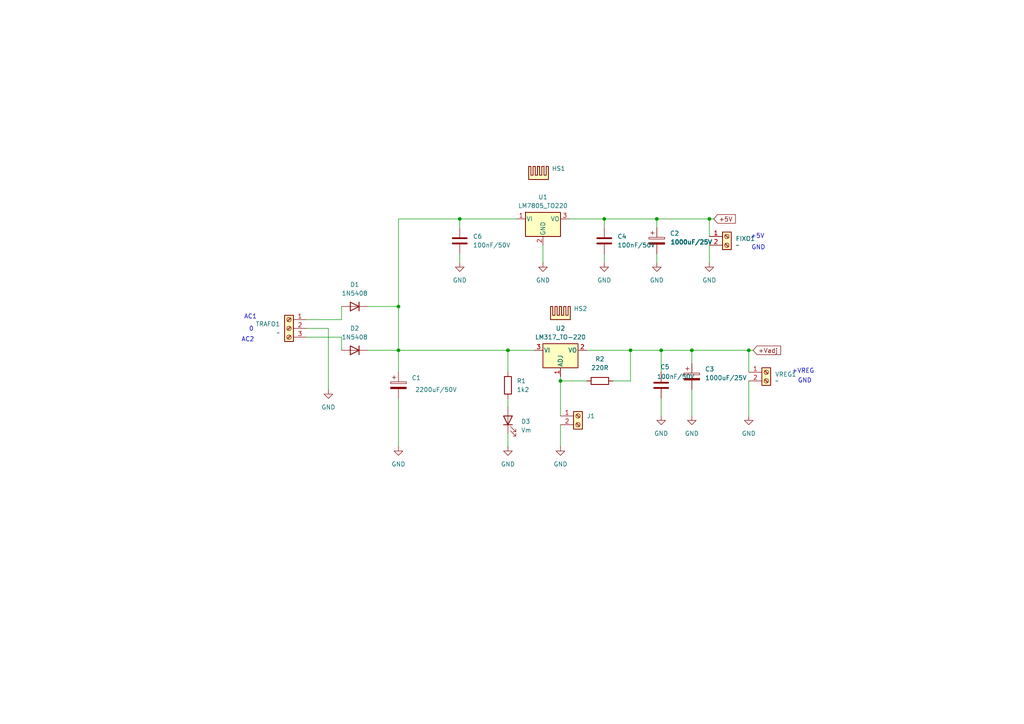
<source format=kicad_sch>
(kicad_sch (version 20231120) (generator "eeschema") (generator_version "8.0")
  (paper "A4")
  (lib_symbols
    (symbol "Connector:Screw_Terminal_01x02" (pin_names (offset 1.016) hide)
      (property "Reference" "J" (at 0 2.54 0))
      (property "Value" "Screw_Terminal_01x02" (at 0 -5.08 0))
      (symbol "Screw_Terminal_01x02_1_1"
        (rectangle (start -1.27 1.27) (end 1.27 -3.81) (stroke (width 0.254)) (fill (type background)))
        (circle (center 0 -2.54) (radius 0.635) (stroke (width 0.1524)))
        (polyline (pts (xy -0.5334 -2.2098) (xy 0.3302 -3.048)) (stroke (width 0.1524)))
        (polyline (pts (xy -0.5334 0.3302) (xy 0.3302 -0.508)) (stroke (width 0.1524)))
        (polyline (pts (xy -0.3556 -2.032) (xy 0.508 -2.8702)) (stroke (width 0.1524)))
        (polyline (pts (xy -0.3556 0.508) (xy 0.508 -0.3302)) (stroke (width 0.1524)))
        (circle (center 0 0) (radius 0.635) (stroke (width 0.1524)))
        (pin passive line (at -5.08 0 0) (length 3.81) (name "Pin_1") (number "1"))
        (pin passive line (at -5.08 -2.54 0) (length 3.81) (name "Pin_2") (number "2"))
      )
    )
    (symbol "Connector:Screw_Terminal_01x03" (pin_names (offset 1.016) hide)
      (property "Reference" "J" (at 0 5.08 0))
      (property "Value" "Screw_Terminal_01x03" (at 0 -5.08 0))
      (symbol "Screw_Terminal_01x03_1_1"
        (rectangle (start -1.27 3.81) (end 1.27 -3.81) (stroke (width 0.254)) (fill (type background)))
        (circle (center 0 -2.54) (radius 0.635) (stroke (width 0.1524)))
        (polyline (pts (xy -0.5334 -2.2098) (xy 0.3302 -3.048)) (stroke (width 0.1524)))
        (polyline (pts (xy -0.5334 0.3302) (xy 0.3302 -0.508)) (stroke (width 0.1524)))
        (polyline (pts (xy -0.5334 2.8702) (xy 0.3302 2.032)) (stroke (width 0.1524)))
        (polyline (pts (xy -0.3556 -2.032) (xy 0.508 -2.8702)) (stroke (width 0.1524)))
        (polyline (pts (xy -0.3556 0.508) (xy 0.508 -0.3302)) (stroke (width 0.1524)))
        (polyline (pts (xy -0.3556 3.048) (xy 0.508 2.2098)) (stroke (width 0.1524)))
        (circle (center 0 0) (radius 0.635) (stroke (width 0.1524)))
        (circle (center 0 2.54) (radius 0.635) (stroke (width 0.1524)))
        (pin passive line (at -5.08 2.54 0) (length 3.81) (name "Pin_1") (number "1"))
        (pin passive line (at -5.08 0 0) (length 3.81) (name "Pin_2") (number "2"))
        (pin passive line (at -5.08 -2.54 0) (length 3.81) (name "Pin_3") (number "3"))
      )
    )
    (symbol "Device:C" (pin_numbers hide) (pin_names (offset 0.254))
      (property "Reference" "C" (at 0.635 2.54 0))
      (property "Value" "C" (at 0.635 -2.54 0))
      (symbol "C_0_1"
        (polyline (pts (xy -2.032 -0.762) (xy 2.032 -0.762)) (stroke (width 0.508)))
        (polyline (pts (xy -2.032 0.762) (xy 2.032 0.762)) (stroke (width 0.508)))
      )
      (symbol "C_1_1"
        (pin passive line (at 0 3.81 270) (length 2.794) (name "~") (number "1"))
        (pin passive line (at 0 -3.81 90) (length 2.794) (name "~") (number "2"))
      )
    )
    (symbol "Device:C_Polarized" (pin_numbers hide) (pin_names (offset 0.254))
      (property "Reference" "C" (at 0.635 2.54 0))
      (property "Value" "C_Polarized" (at 0.635 -2.54 0))
      (symbol "C_Polarized_0_1"
        (rectangle (start -2.286 0.508) (end 2.286 1.016))
        (polyline (pts (xy -1.778 2.286) (xy -0.762 2.286)))
        (polyline (pts (xy -1.27 2.794) (xy -1.27 1.778)))
        (rectangle (start 2.286 -0.508) (end -2.286 -1.016) (fill (type outline)))
      )
      (symbol "C_Polarized_1_1"
        (pin passive line (at 0 3.81 270) (length 2.794) (name "~") (number "1"))
        (pin passive line (at 0 -3.81 90) (length 2.794) (name "~") (number "2"))
      )
    )
    (symbol "Device:LED" (pin_numbers hide) (pin_names (offset 1.016) hide)
      (property "Reference" "D" (at 0 2.54 0))
      (property "Value" "LED" (at 0 -2.54 0))
      (symbol "LED_0_1"
        (polyline (pts (xy -1.27 -1.27) (xy -1.27 1.27)) (stroke (width 0.254)))
        (polyline (pts (xy -1.27 0) (xy 1.27 0)))
        (polyline (pts (xy 1.27 -1.27) (xy 1.27 1.27) (xy -1.27 0) (xy 1.27 -1.27)) (stroke (width 0.254)))
        (polyline (pts (xy -3.048 -0.762) (xy -4.572 -2.286) (xy -3.81 -2.286) (xy -4.572 -2.286) (xy -4.572 -1.524)))
        (polyline (pts (xy -1.778 -0.762) (xy -3.302 -2.286) (xy -2.54 -2.286) (xy -3.302 -2.286) (xy -3.302 -1.524)))
      )
      (symbol "LED_1_1"
        (pin passive line (at -3.81 0 0) (length 2.54) (name "K") (number "1"))
        (pin passive line (at 3.81 0 180) (length 2.54) (name "A") (number "2"))
      )
    )
    (symbol "Device:R" (pin_numbers hide) (pin_names (offset 0))
      (property "Reference" "R" (at 2.032 0 90))
      (property "Value" "R" (at 0 0 90))
      (symbol "R_0_1"
        (rectangle (start -1.016 -2.54) (end 1.016 2.54) (stroke (width 0.254)))
      )
      (symbol "R_1_1"
        (pin passive line (at 0 3.81 270) (length 1.27) (name "~") (number "1"))
        (pin passive line (at 0 -3.81 90) (length 1.27) (name "~") (number "2"))
      )
    )
    (symbol "Diode:1N5408" (pin_numbers hide) (pin_names hide)
      (property "Reference" "D" (at 0 2.54 0))
      (property "Value" "1N5408" (at 0 -2.54 0))
      (symbol "1N5408_0_1"
        (polyline (pts (xy -1.27 1.27) (xy -1.27 -1.27)) (stroke (width 0.254)))
        (polyline (pts (xy 1.27 0) (xy -1.27 0)))
        (polyline (pts (xy 1.27 1.27) (xy 1.27 -1.27) (xy -1.27 0) (xy 1.27 1.27)) (stroke (width 0.254)))
      )
      (symbol "1N5408_1_1"
        (pin passive line (at -3.81 0 0) (length 2.54) (name "K") (number "1"))
        (pin passive line (at 3.81 0 180) (length 2.54) (name "A") (number "2"))
      )
    )
    (symbol "Mechanical:Heatsink" (pin_names (offset 1.016)) (exclude_from_sim yes)
      (property "Reference" "HS" (at 0 5.08 0))
      (property "Value" "Heatsink" (at 0 -1.27 0))
      (symbol "Heatsink_0_1"
        (polyline (pts (xy -0.3302 1.27) (xy -0.9652 1.27) (xy -0.9652 3.81) (xy -1.6002 3.81) (xy -1.6002 1.27) (xy -2.2352 1.27) (xy -2.2352 3.81) (xy -2.8702 3.81) (xy -2.8702 0) (xy -0.9652 0)) (stroke (width 0.254)) (fill (type background)))
        (polyline (pts (xy -0.3302 1.27) (xy -0.3302 3.81) (xy 0.3048 3.81) (xy 0.3048 1.27) (xy 0.9398 1.27) (xy 0.9398 3.81) (xy 1.5748 3.81) (xy 1.5748 1.27) (xy 2.2098 1.27) (xy 2.2098 3.81) (xy 2.8448 3.81) (xy 2.8448 0) (xy -0.9652 0)) (stroke (width 0.254)) (fill (type background)))
      )
    )
    (symbol "Regulator_Linear:LM317_TO-220" (pin_names (offset 0.254))
      (property "Reference" "U" (at -3.81 3.175 0))
      (property "Value" "LM317_TO-220" (at 0 3.175 0))
      (symbol "LM317_TO-220_0_1"
        (rectangle (start -5.08 1.905) (end 5.08 -5.08) (stroke (width 0.254)) (fill (type background)))
      )
      (symbol "LM317_TO-220_1_1"
        (pin input line (at 0 -7.62 90) (length 2.54) (name "ADJ") (number "1"))
        (pin power_out line (at 7.62 0 180) (length 2.54) (name "VO") (number "2"))
        (pin power_in line (at -7.62 0 0) (length 2.54) (name "VI") (number "3"))
      )
    )
    (symbol "Regulator_Linear:LM7805_TO220" (pin_names (offset 0.254))
      (property "Reference" "U" (at -3.81 3.175 0))
      (property "Value" "LM7805_TO220" (at 0 3.175 0))
      (symbol "LM7805_TO220_0_1"
        (rectangle (start -5.08 1.905) (end 5.08 -5.08) (stroke (width 0.254)) (fill (type background)))
      )
      (symbol "LM7805_TO220_1_1"
        (pin power_in line (at -7.62 0 0) (length 2.54) (name "VI") (number "1"))
        (pin power_in line (at 0 -7.62 90) (length 2.54) (name "GND") (number "2"))
        (pin power_out line (at 7.62 0 180) (length 2.54) (name "VO") (number "3"))
      )
    )
    (symbol "power:GND" (power) (pin_numbers hide) (pin_names (offset 0) hide)
      (property "Value" "GND" (at 0 -3.81 0))
      (symbol "GND_0_1"
        (polyline (pts (xy 0 0) (xy 0 -1.27) (xy 1.27 -1.27) (xy 0 -2.54) (xy -1.27 -1.27) (xy 0 -1.27)))
      )
      (symbol "GND_1_1"
        (pin power_in line (at 0 0 270) (length 0) (name "~") (number "1"))
      )
    )
  )
  (junction (at 190.5 63.5))
  (junction (at 115.57 88.9))
  (junction (at 200.66 101.6))
  (junction (at 147.32 101.6))
  (junction (at 133.35 63.5))
  (junction (at 217.17 101.6))
  (junction (at 182.88 101.6))
  (junction (at 175.26 63.5))
  (junction (at 115.57 101.6))
  (junction (at 162.56 110.49))
  (junction (at 205.74 63.5))
  (junction (at 191.77 101.6))
  (wire (pts (xy 115.57 63.5) (xy 133.35 63.5)))
  (wire (pts (xy 217.17 101.6) (xy 217.17 107.95)))
  (wire (pts (xy 147.32 101.6) (xy 154.94 101.6)))
  (wire (pts (xy 175.26 73.66) (xy 175.26 76.2)))
  (wire (pts (xy 162.56 109.22) (xy 162.56 110.49)))
  (wire (pts (xy 217.17 101.6) (xy 218.44 101.6)))
  (wire (pts (xy 115.57 88.9) (xy 115.57 101.6)))
  (wire (pts (xy 182.88 101.6) (xy 191.77 101.6)))
  (wire (pts (xy 177.8 110.49) (xy 182.88 110.49)))
  (wire (pts (xy 205.74 63.5) (xy 207.01 63.5)))
  (wire (pts (xy 147.32 101.6) (xy 147.32 107.95)))
  (wire (pts (xy 133.35 73.66) (xy 133.35 76.2)))
  (wire (pts (xy 175.26 63.5) (xy 190.5 63.5)))
  (wire (pts (xy 147.32 115.57) (xy 147.32 118.11)))
  (wire (pts (xy 133.35 63.5) (xy 149.86 63.5)))
  (wire (pts (xy 147.32 129.54) (xy 147.32 125.73)))
  (wire (pts (xy 175.26 63.5) (xy 175.26 66.04)))
  (wire (pts (xy 106.68 101.6) (xy 115.57 101.6)))
  (wire (pts (xy 162.56 110.49) (xy 170.18 110.49)))
  (wire (pts (xy 133.35 63.5) (xy 133.35 66.04)))
  (wire (pts (xy 191.77 115.57) (xy 191.77 120.65)))
  (wire (pts (xy 190.5 66.04) (xy 190.5 63.5)))
  (wire (pts (xy 115.57 101.6) (xy 147.32 101.6)))
  (wire (pts (xy 115.57 88.9) (xy 115.57 63.5)))
  (wire (pts (xy 190.5 73.66) (xy 190.5 76.2)))
  (wire (pts (xy 200.66 113.03) (xy 200.66 120.65)))
  (wire (pts (xy 115.57 129.54) (xy 115.57 115.57)))
  (wire (pts (xy 99.06 92.71) (xy 99.06 88.9)))
  (wire (pts (xy 191.77 107.95) (xy 191.77 101.6)))
  (wire (pts (xy 99.06 97.79) (xy 99.06 101.6)))
  (wire (pts (xy 106.68 88.9) (xy 115.57 88.9)))
  (wire (pts (xy 200.66 101.6) (xy 217.17 101.6)))
  (wire (pts (xy 165.1 63.5) (xy 175.26 63.5)))
  (wire (pts (xy 95.25 95.25) (xy 95.25 113.03)))
  (wire (pts (xy 217.17 110.49) (xy 217.17 120.65)))
  (wire (pts (xy 182.88 101.6) (xy 170.18 101.6)))
  (wire (pts (xy 205.74 63.5) (xy 205.74 68.58)))
  (wire (pts (xy 182.88 101.6) (xy 182.88 110.49)))
  (wire (pts (xy 205.74 71.12) (xy 205.74 76.2)))
  (wire (pts (xy 88.9 92.71) (xy 99.06 92.71)))
  (wire (pts (xy 162.56 123.19) (xy 162.56 129.54)))
  (wire (pts (xy 191.77 101.6) (xy 200.66 101.6)))
  (wire (pts (xy 157.48 76.2) (xy 157.48 71.12)))
  (wire (pts (xy 190.5 63.5) (xy 205.74 63.5)))
  (wire (pts (xy 88.9 97.79) (xy 99.06 97.79)))
  (wire (pts (xy 200.66 101.6) (xy 200.66 105.41)))
  (wire (pts (xy 115.57 101.6) (xy 115.57 107.95)))
  (wire (pts (xy 88.9 95.25) (xy 95.25 95.25)))
  (wire (pts (xy 162.56 110.49) (xy 162.56 120.65)))
  (text "+VREG" (at 232.918 107.696 0) (effects (font (size 1.27 1.27))))
  (text "AC1\n" (at 72.644 91.948 0) (effects (font (size 1.27 1.27))))
  (text "0" (at 72.898 95.504 0) (effects (font (size 1.27 1.27))))
  (text "GND" (at 233.426 110.49 0) (effects (font (size 1.27 1.27))))
  (text "+5V" (at 219.71 68.58 0) (effects (font (size 1.27 1.27))))
  (text "AC2" (at 71.882 98.552 0) (effects (font (size 1.27 1.27))))
  (text "GND\n" (at 219.964 71.882 0) (effects (font (size 1.27 1.27))))
  (global_label "+Vadj" (shape input) (at 218.44 101.6 0) (property "Intersheetrefs" "${INTERSHEET_REFS}" (effects (hide yes))))
  (global_label "+5V" (shape input) (at 207.01 63.5 0) (property "Intersheetrefs" "${INTERSHEET_REFS}" (effects (hide yes))))
  (symbol (lib_id "power:GND") (at 95.25 113.03 0) (unit 1)
    (property "Reference" "#PWR011" (effects (hide yes)))
    (property "Value" "GND" (at 95.25 118.11 0))
    (property "Description" "Power symbol creates a global label with name \"GND\" , ground" (effects (hide yes)))
  )
  (symbol (lib_id "Device:R") (at 147.32 111.76 0) (unit 1)
    (property "Reference" "R1" (at 149.86 110.4899 0) (effects (justify left)))
    (property "Value" "1k2" (at 149.86 113.0299 0) (effects (justify left)))
    (property "Footprint" "Resistor_THT:R_Axial_DIN0207_L6.3mm_D2.5mm_P10.16mm_Horizontal" (effects (hide yes)))
    (property "Description" "Resistor" (effects (hide yes)))
  )
  (symbol (lib_id "Mechanical:Heatsink") (at 156.21 52.07 0) (unit 1) (exclude_from_sim yes)
    (property "Reference" "HS1" (at 160.02 48.8949 0) (effects (justify left)))
    (property "Value" "Heatsink" (effects (hide yes)))
    (property "Footprint" "Heatsink:Heatsink_35x26mm_1xFixation3mm_Fischer-SK486-35" (effects (hide yes)))
    (property "Description" "Heatsink" (effects (hide yes)))
  )
  (symbol (lib_id "Diode:1N5408") (at 102.87 101.6 180) (unit 1)
    (property "Reference" "D2" (at 102.87 95.25 0))
    (property "Value" "1N5408" (at 102.87 97.79 0))
    (property "Footprint" "Diode_THT:D_DO-201AD_P15.24mm_Horizontal" (effects (hide yes)))
    (property "Datasheet" "http://www.vishay.com/docs/88516/1n5400.pdf" (effects (hide yes)))
    (property "Description" "1000V 3A General Purpose Rectifier Diode, DO-201AD" (effects (hide yes)))
    (property "Sim.Device" "D" (effects (hide yes)))
    (property "Sim.Pins" "1=K 2=A" (effects (hide yes)))
  )
  (symbol (lib_id "Device:C") (at 191.77 111.76 0) (unit 1)
    (property "Reference" "C5" (at 191.516 106.426 0) (effects (justify left)))
    (property "Value" "100nF/50V" (at 190.5 109.22 0) (effects (justify left)))
    (property "Footprint" "Capacitor_THT:C_Disc_D5.1mm_W3.2mm_P5.00mm" (effects (hide yes)))
    (property "Description" "Unpolarized capacitor" (effects (hide yes)))
  )
  (symbol (lib_id "Connector:Screw_Terminal_01x02") (at 222.25 107.95 0) (unit 1)
    (property "Reference" "VREG1" (at 224.79 108.5849 0) (effects (justify left)))
    (property "Value" "~" (at 224.79 110.49 0) (effects (justify left)))
    (property "Footprint" "TerminalBlock_Phoenix:TerminalBlock_Phoenix_MKDS-1,5-2-5.08_1x02_P5.08mm_Horizontal" (effects (hide yes)))
    (property "Description" "Generic screw terminal, single row, 01x02, script generated (kicad-library-utils/schlib/autogen/connector/)" (effects (hide yes)))
  )
  (symbol (lib_id "Regulator_Linear:LM317_TO-220") (at 162.56 101.6 0) (unit 1)
    (property "Reference" "U2" (at 162.56 95.25 0))
    (property "Value" "LM317_TO-220" (at 162.56 97.79 0))
    (property "Footprint" "Package_TO_SOT_THT:TO-220-3_Horizontal_TabDown" (effects (hide yes)))
    (property "Datasheet" "http://www.ti.com/lit/ds/symlink/lm317.pdf" (effects (hide yes)))
    (property "Description" "1.5A 35V Adjustable Linear Regulator, TO-220" (effects (hide yes)))
  )
  (symbol (lib_id "power:GND") (at 205.74 76.2 0) (unit 1)
    (property "Reference" "#PWR010" (effects (hide yes)))
    (property "Value" "GND" (at 205.74 81.28 0))
    (property "Description" "Power symbol creates a global label with name \"GND\" , ground" (effects (hide yes)))
  )
  (symbol (lib_id "power:GND") (at 162.56 129.54 0) (unit 1)
    (property "Reference" "#PWR01" (effects (hide yes)))
    (property "Value" "GND" (at 162.56 134.62 0))
    (property "Description" "Power symbol creates a global label with name \"GND\" , ground" (effects (hide yes)))
  )
  (symbol (lib_id "power:GND") (at 217.17 120.65 0) (unit 1)
    (property "Reference" "#PWR07" (effects (hide yes)))
    (property "Value" "GND" (at 217.17 125.73 0))
    (property "Description" "Power symbol creates a global label with name \"GND\" , ground" (effects (hide yes)))
  )
  (symbol (lib_id "power:GND") (at 147.32 129.54 0) (unit 1)
    (property "Reference" "#PWR04" (effects (hide yes)))
    (property "Value" "GND" (at 147.32 134.62 0))
    (property "Description" "Power symbol creates a global label with name \"GND\" , ground" (effects (hide yes)))
  )
  (symbol (lib_id "Device:C") (at 175.26 69.85 0) (unit 1)
    (property "Reference" "C4" (at 179.07 68.5799 0) (effects (justify left)))
    (property "Value" "100nF/50V" (at 179.07 71.1199 0) (effects (justify left)))
    (property "Footprint" "Capacitor_THT:C_Disc_D5.1mm_W3.2mm_P5.00mm" (effects (hide yes)))
    (property "Description" "Unpolarized capacitor" (effects (hide yes)))
  )
  (symbol (lib_id "Device:C_Polarized") (at 190.5 69.85 0) (unit 1)
    (property "Reference" "C2" (at 194.31 67.6909 0) (effects (justify left)))
    (property "Value" "1000uF/25V" (at 194.31 70.231 0) (effects (font (bold yes)) (justify left)))
    (property "Footprint" "Capacitor_THT:CP_Radial_D10.0mm_P5.00mm" (effects (hide yes)))
    (property "Description" "Polarized capacitor" (effects (hide yes)))
  )
  (symbol (lib_id "power:GND") (at 175.26 76.2 0) (unit 1)
    (property "Reference" "#PWR08" (effects (hide yes)))
    (property "Value" "GND" (at 175.26 81.28 0))
    (property "Description" "Power symbol creates a global label with name \"GND\" , ground" (effects (hide yes)))
  )
  (symbol (lib_id "Connector:Screw_Terminal_01x03") (at 83.82 95.25 0) (mirror y) (unit 1)
    (property "Reference" "TRAFO1" (at 81.28 93.9799 0) (effects (justify left)))
    (property "Value" "~" (at 81.28 96.5199 0) (effects (justify left)))
    (property "Footprint" "TerminalBlock_Phoenix:TerminalBlock_Phoenix_MKDS-1,5-3-5.08_1x03_P5.08mm_Horizontal" (effects (hide yes)))
    (property "Description" "Generic screw terminal, single row, 01x03, script generated (kicad-library-utils/schlib/autogen/connector/)" (effects (hide yes)))
  )
  (symbol (lib_id "Diode:1N5408") (at 102.87 88.9 180) (unit 1)
    (property "Reference" "D1" (at 102.87 82.55 0))
    (property "Value" "1N5408" (at 102.87 85.09 0))
    (property "Footprint" "Diode_THT:D_DO-201AD_P15.24mm_Horizontal" (effects (hide yes)))
    (property "Datasheet" "http://www.vishay.com/docs/88516/1n5400.pdf" (effects (hide yes)))
    (property "Description" "1000V 3A General Purpose Rectifier Diode, DO-201AD" (effects (hide yes)))
    (property "Sim.Device" "D" (effects (hide yes)))
    (property "Sim.Pins" "1=K 2=A" (effects (hide yes)))
  )
  (symbol (lib_id "Device:C") (at 133.35 69.85 0) (unit 1)
    (property "Reference" "C6" (at 137.16 68.5799 0) (effects (justify left)))
    (property "Value" "100nF/50V" (at 137.16 71.1199 0) (effects (justify left)))
    (property "Footprint" "Capacitor_THT:C_Disc_D5.1mm_W3.2mm_P5.00mm" (effects (hide yes)))
    (property "Description" "Unpolarized capacitor" (effects (hide yes)))
  )
  (symbol (lib_id "Device:LED") (at 147.32 121.92 90) (unit 1)
    (property "Reference" "D3" (at 151.13 122.2374 90) (effects (justify right)))
    (property "Value" "Vm" (at 151.13 124.7774 90) (effects (justify right)))
    (property "Footprint" "LED_THT:LED_D5.0mm" (effects (hide yes)))
    (property "Description" "Light emitting diode" (effects (hide yes)))
  )
  (symbol (lib_id "Mechanical:Heatsink") (at 162.56 92.71 0) (unit 1) (exclude_from_sim yes)
    (property "Reference" "HS2" (at 166.37 89.5349 0) (effects (justify left)))
    (property "Value" "Heatsink" (effects (hide yes)))
    (property "Footprint" "Heatsink:Heatsink_35x26mm_1xFixation3mm_Fischer-SK486-35" (effects (hide yes)))
    (property "Description" "Heatsink" (effects (hide yes)))
  )
  (symbol (lib_id "power:GND") (at 115.57 129.54 0) (unit 1)
    (property "Reference" "#PWR05" (effects (hide yes)))
    (property "Value" "GND" (at 115.57 134.62 0))
    (property "Description" "Power symbol creates a global label with name \"GND\" , ground" (effects (hide yes)))
  )
  (symbol (lib_id "Regulator_Linear:LM7805_TO220") (at 157.48 63.5 0) (unit 1)
    (property "Reference" "U1" (at 157.48 57.15 0))
    (property "Value" "LM7805_TO220" (at 157.48 59.69 0))
    (property "Footprint" "Package_TO_SOT_THT:TO-220-3_Horizontal_TabDown" (effects (hide yes)))
    (property "Datasheet" "https://www.onsemi.cn/PowerSolutions/document/MC7800-D.PDF" (effects (hide yes)))
    (property "Description" "Positive 1A 35V Linear Regulator, Fixed Output 5V, TO-220" (effects (hide yes)))
  )
  (symbol (lib_id "Connector:Screw_Terminal_01x02") (at 210.82 68.58 0) (unit 1)
    (property "Reference" "FIXO1" (at 213.36 69.2149 0) (effects (justify left)))
    (property "Value" "~" (at 213.36 71.12 0) (effects (justify left)))
    (property "Footprint" "TerminalBlock_Phoenix:TerminalBlock_Phoenix_MKDS-1,5-2-5.08_1x02_P5.08mm_Horizontal" (effects (hide yes)))
    (property "Description" "Generic screw terminal, single row, 01x02, script generated (kicad-library-utils/schlib/autogen/connector/)" (effects (hide yes)))
  )
  (symbol (lib_id "power:GND") (at 133.35 76.2 0) (unit 1)
    (property "Reference" "#PWR012" (effects (hide yes)))
    (property "Value" "GND" (at 133.35 81.28 0))
    (property "Description" "Power symbol creates a global label with name \"GND\" , ground" (effects (hide yes)))
  )
  (symbol (lib_id "Device:C_Polarized") (at 115.57 111.76 0) (unit 1)
    (property "Reference" "C1" (at 119.38 109.6009 0) (effects (justify left)))
    (property "Value" "2200uF/50V" (at 120.396 113.03 0) (effects (justify left)))
    (property "Footprint" "Capacitor_THT:CP_Radial_D17.0mm_P7.50mm" (effects (hide yes)))
    (property "Description" "Polarized capacitor" (effects (hide yes)))
  )
  (symbol (lib_id "power:GND") (at 190.5 76.2 0) (unit 1)
    (property "Reference" "#PWR09" (effects (hide yes)))
    (property "Value" "GND" (at 190.5 81.28 0))
    (property "Description" "Power symbol creates a global label with name \"GND\" , ground" (effects (hide yes)))
  )
  (symbol (lib_id "Connector:Screw_Terminal_01x02") (at 167.64 120.65 0) (unit 1)
    (property "Reference" "J1" (at 170.18 120.6499 0) (effects (justify left)))
    (property "Value" "Screw_Terminal_01x02" (effects (hide yes)))
    (property "Footprint" "TerminalBlock_Phoenix:TerminalBlock_Phoenix_MKDS-1,5-2-5.08_1x02_P5.08mm_Horizontal" (effects (hide yes)))
    (property "Description" "Generic screw terminal, single row, 01x02, script generated (kicad-library-utils/schlib/autogen/connector/)" (effects (hide yes)))
  )
  (symbol (lib_id "power:GND") (at 200.66 120.65 0) (unit 1)
    (property "Reference" "#PWR03" (effects (hide yes)))
    (property "Value" "GND" (at 200.66 125.73 0))
    (property "Description" "Power symbol creates a global label with name \"GND\" , ground" (effects (hide yes)))
  )
  (symbol (lib_id "power:GND") (at 191.77 120.65 0) (unit 1)
    (property "Reference" "#PWR02" (effects (hide yes)))
    (property "Value" "GND" (at 191.77 125.73 0))
    (property "Description" "Power symbol creates a global label with name \"GND\" , ground" (effects (hide yes)))
  )
  (symbol (lib_id "Device:R") (at 173.99 110.49 90) (unit 1)
    (property "Reference" "R2" (at 173.99 104.14 90))
    (property "Value" "220R" (at 173.99 106.68 90))
    (property "Footprint" "Resistor_THT:R_Axial_DIN0207_L6.3mm_D2.5mm_P10.16mm_Horizontal" (effects (hide yes)))
    (property "Description" "Resistor" (effects (hide yes)))
  )
  (symbol (lib_id "Device:C_Polarized") (at 200.66 109.22 0) (unit 1)
    (property "Reference" "C3" (at 204.47 107.0609 0) (effects (justify left)))
    (property "Value" "1000uF/25V" (at 204.47 109.6009 0) (effects (justify left)))
    (property "Footprint" "Capacitor_THT:CP_Radial_D10.0mm_P5.00mm" (effects (hide yes)))
    (property "Description" "Polarized capacitor" (effects (hide yes)))
  )
  (symbol (lib_id "power:GND") (at 157.48 76.2 0) (unit 1)
    (property "Reference" "#PWR06" (effects (hide yes)))
    (property "Value" "GND" (at 157.48 81.28 0))
    (property "Description" "Power symbol creates a global label with name \"GND\" , ground" (effects (hide yes)))
  )
)
</source>
